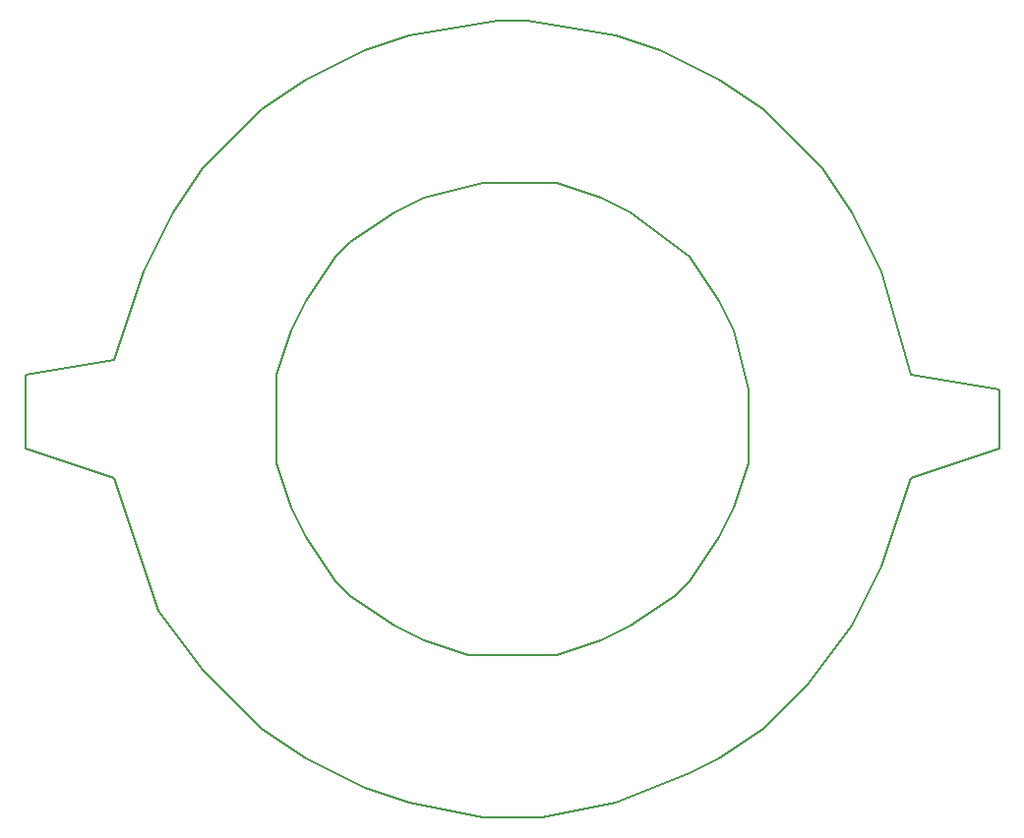
<source format=gbr>
G04 #@! TF.GenerationSoftware,KiCad,Pcbnew,(5.0.0)*
G04 #@! TF.CreationDate,2019-09-06T15:21:04-04:00*
G04 #@! TF.ProjectId,RG_Led_ring,52475F4C65645F72696E672E6B696361,rev?*
G04 #@! TF.SameCoordinates,Original*
G04 #@! TF.FileFunction,Profile,NP*
%FSLAX46Y46*%
G04 Gerber Fmt 4.6, Leading zero omitted, Abs format (unit mm)*
G04 Created by KiCad (PCBNEW (5.0.0)) date 09/06/19 15:21:04*
%MOMM*%
%LPD*%
G01*
G04 APERTURE LIST*
%ADD10C,0.150000*%
G04 APERTURE END LIST*
D10*
X210820000Y-99060000D02*
X213360000Y-102870000D01*
X209550000Y-96520000D02*
X210820000Y-99060000D01*
X208280000Y-92710000D02*
X209550000Y-96520000D01*
X208280000Y-91440000D02*
X208280000Y-92710000D01*
X208280000Y-90170000D02*
X208280000Y-91440000D01*
X208280000Y-85090000D02*
X208280000Y-90170000D01*
X209550000Y-81280000D02*
X208280000Y-85090000D01*
X210820000Y-78740000D02*
X209550000Y-81280000D01*
X213360000Y-74930000D02*
X210820000Y-78740000D01*
X214630000Y-73660000D02*
X213360000Y-74930000D01*
X218440000Y-71120000D02*
X214630000Y-73660000D01*
X220980000Y-69850000D02*
X218440000Y-71120000D01*
X226060000Y-68580000D02*
X220980000Y-69850000D01*
X232410000Y-68580000D02*
X226060000Y-68580000D01*
X236220000Y-69850000D02*
X232410000Y-68580000D01*
X238760000Y-71120000D02*
X236220000Y-69850000D01*
X243840000Y-74930000D02*
X238760000Y-71120000D01*
X246380000Y-78740000D02*
X243840000Y-74930000D01*
X247650000Y-81280000D02*
X246380000Y-78740000D01*
X248920000Y-86360000D02*
X247650000Y-81280000D01*
X248920000Y-91440000D02*
X248920000Y-86360000D01*
X248920000Y-92710000D02*
X248920000Y-91440000D01*
X247650000Y-96520000D02*
X248920000Y-92710000D01*
X246380000Y-99060000D02*
X247650000Y-96520000D01*
X243840000Y-102870000D02*
X246380000Y-99060000D01*
X242570000Y-104140000D02*
X243840000Y-102870000D01*
X238760000Y-106680000D02*
X242570000Y-104140000D01*
X236220000Y-107950000D02*
X238760000Y-106680000D01*
X232410000Y-109220000D02*
X236220000Y-107950000D01*
X224790000Y-109220000D02*
X232410000Y-109220000D01*
X220980000Y-107950000D02*
X224790000Y-109220000D01*
X218440000Y-106680000D02*
X220980000Y-107950000D01*
X214630000Y-104140000D02*
X218440000Y-106680000D01*
X213360000Y-102870000D02*
X214630000Y-104140000D01*
X219710000Y-55880000D02*
X215900000Y-57150000D01*
X227330000Y-54610000D02*
X219710000Y-55880000D01*
X229870000Y-54610000D02*
X227330000Y-54610000D01*
X250190000Y-62230000D02*
X246380000Y-59690000D01*
X252730000Y-64770000D02*
X250190000Y-62230000D01*
X255270000Y-67310000D02*
X252730000Y-64770000D01*
X257810000Y-71120000D02*
X255270000Y-67310000D01*
X261620000Y-97790000D02*
X262890000Y-93980000D01*
X260350000Y-101600000D02*
X261620000Y-97790000D01*
X257810000Y-106680000D02*
X260350000Y-101600000D01*
X254000000Y-111760000D02*
X257810000Y-106680000D01*
X250190000Y-115570000D02*
X254000000Y-111760000D01*
X246380000Y-118110000D02*
X250190000Y-115570000D01*
X243840000Y-119380000D02*
X246380000Y-118110000D01*
X237490000Y-121920000D02*
X243840000Y-119380000D01*
X231140000Y-123190000D02*
X237490000Y-121920000D01*
X226060000Y-123190000D02*
X231140000Y-123190000D01*
X219710000Y-121920000D02*
X226060000Y-123190000D01*
X215900000Y-120650000D02*
X219710000Y-121920000D01*
X210820000Y-118110000D02*
X215900000Y-120650000D01*
X207010000Y-115570000D02*
X210820000Y-118110000D01*
X205740000Y-114300000D02*
X207010000Y-115570000D01*
X201930000Y-110490000D02*
X205740000Y-114300000D01*
X198120000Y-105410000D02*
X201930000Y-110490000D01*
X196850000Y-101600000D02*
X198120000Y-105410000D01*
X195580000Y-97790000D02*
X196850000Y-101600000D01*
X194310000Y-93980000D02*
X195580000Y-97790000D01*
X195580000Y-80010000D02*
X194310000Y-83820000D01*
X196850000Y-76200000D02*
X195580000Y-80010000D01*
X198120000Y-73660000D02*
X196850000Y-76200000D01*
X199390000Y-71120000D02*
X198120000Y-73660000D01*
X201930000Y-67310000D02*
X199390000Y-71120000D01*
X204470000Y-64770000D02*
X201930000Y-67310000D01*
X207010000Y-62230000D02*
X204470000Y-64770000D01*
X210820000Y-59690000D02*
X207010000Y-62230000D01*
X213360000Y-58420000D02*
X210820000Y-59690000D01*
X215900000Y-57150000D02*
X213360000Y-58420000D01*
X237490000Y-55880000D02*
X229870000Y-54610000D01*
X241300000Y-57150000D02*
X237490000Y-55880000D01*
X246380000Y-59690000D02*
X241300000Y-57150000D01*
X260350000Y-76200000D02*
X257810000Y-71120000D01*
X262890000Y-85090000D02*
X260350000Y-76200000D01*
X262890000Y-93980000D02*
X270510000Y-91440000D01*
X262890000Y-85090000D02*
X270510000Y-86360000D01*
X186690000Y-91440000D02*
X194310000Y-93980000D01*
X186690000Y-85090000D02*
X194310000Y-83820000D01*
X186690000Y-85090000D02*
X186690000Y-91440000D01*
X270510000Y-91440000D02*
X270510000Y-86360000D01*
M02*

</source>
